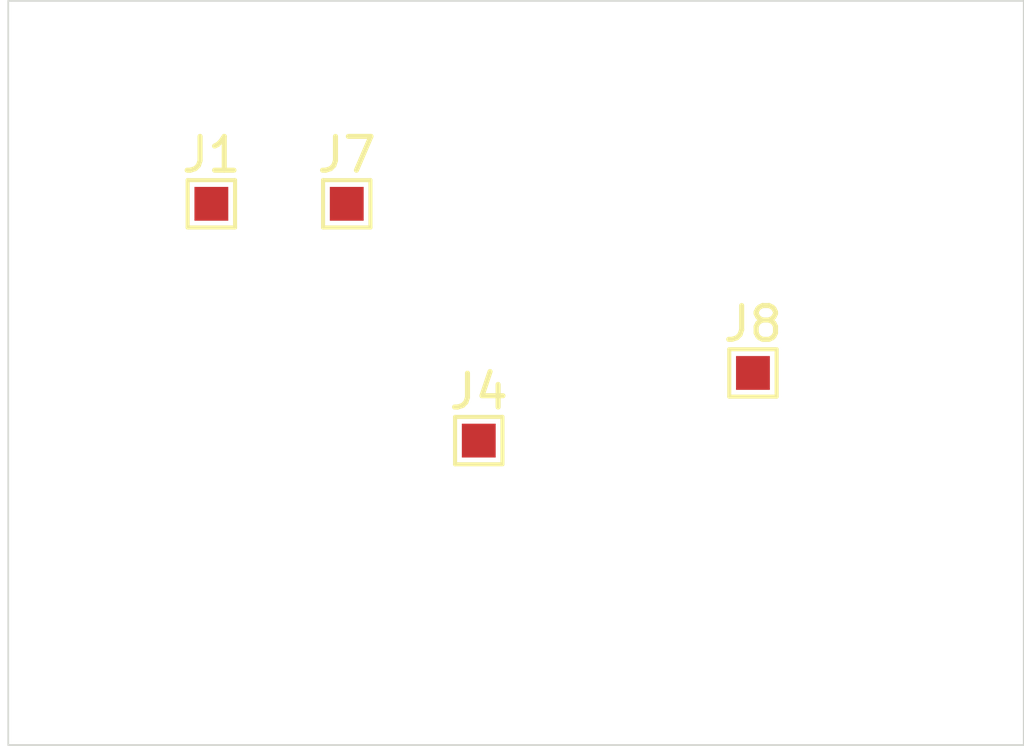
<source format=kicad_pcb>
(kicad_pcb (version 20240108) (generator "pcbnew") (generator_version "8.0")
  (layers (0 "F.Cu" signal) (1 "In1.Cu" power) (2 "In2.Cu" power) (31 "B.Cu" signal) (34 "B.Paste" user) (35 "F.Paste" user) (36 "B.SilkS" user "B.Silkscreen") (37 "F.SilkS" user "F.Silkscreen") (38 "B.Mask" user) (39 "F.Mask" user) (44 "Edge.Cuts" user))
  (net 0 "")
  (net 1 "Net-(J1-Pin_1)")
  (net 2 "GND")
  (footprint "TestPoint:TestPoint_Pad_1.0x1.0mm" (layer "F.Cu") (at 162.9 92)
    (property "Reference" "J4" (at 0 -1.448 0) (layer "F.SilkS"))
    (property "Value" "Conn_01x01_Pin")
    (fp_line (start -0.7 -0.7) (end 0.7 -0.7) (stroke (width 0.12)) (layer "F.SilkS"))
    (fp_line (start -0.7 0.7) (end -0.7 -0.7) (stroke (width 0.12)) (layer "F.SilkS"))
    (fp_line (start 0.7 -0.7) (end 0.7 0.7) (stroke (width 0.12)) (layer "F.SilkS"))
    (fp_line (start 0.7 0.7) (end -0.7 0.7) (stroke (width 0.12)) (layer "F.SilkS"))
    (pad "1" smd rect (at 0 0) (size 1 1) (layers "F.Cu" "F.Mask") (net 2 "GND"))
  )
  (footprint "TestPoint:TestPoint_Pad_1.0x1.0mm" (layer "F.Cu") (at 171 90)
    (property "Reference" "J8" (at 0 -1.448 0) (layer "F.SilkS"))
    (property "Value" "Conn_01x01_Pin")
    (fp_line (start -0.7 -0.7) (end 0.7 -0.7) (stroke (width 0.12)) (layer "F.SilkS"))
    (fp_line (start -0.7 0.7) (end -0.7 -0.7) (stroke (width 0.12)) (layer "F.SilkS"))
    (fp_line (start 0.7 -0.7) (end 0.7 0.7) (stroke (width 0.12)) (layer "F.SilkS"))
    (fp_line (start 0.7 0.7) (end -0.7 0.7) (stroke (width 0.12)) (layer "F.SilkS"))
    (pad "1" smd rect (at 0 0) (size 1 1) (layers "F.Cu" "F.Mask") (net 1 "Net-(J1-Pin_1)"))
  )
  (footprint "TestPoint:TestPoint_Pad_1.0x1.0mm" (layer "F.Cu") (at 159 85)
    (property "Reference" "J7" (at 0 -1.448 0) (layer "F.SilkS"))
    (property "Value" "Conn_01x01_Pin")
    (fp_line (start -0.7 -0.7) (end 0.7 -0.7) (stroke (width 0.12)) (layer "F.SilkS"))
    (fp_line (start -0.7 0.7) (end -0.7 -0.7) (stroke (width 0.12)) (layer "F.SilkS"))
    (fp_line (start 0.7 -0.7) (end 0.7 0.7) (stroke (width 0.12)) (layer "F.SilkS"))
    (fp_line (start 0.7 0.7) (end -0.7 0.7) (stroke (width 0.12)) (layer "F.SilkS"))
    (pad "1" smd rect (at 0 0) (size 1 1) (layers "F.Cu" "F.Mask") (net 2 "GND"))
  )
  (footprint "TestPoint:TestPoint_Pad_1.0x1.0mm" (layer "F.Cu") (at 155 85)
    (property "Reference" "J1" (at 0 -1.448 0) (layer "F.SilkS"))
    (property "Value" "Conn_01x01_Pin")
    (fp_line (start -0.7 -0.7) (end 0.7 -0.7) (stroke (width 0.12)) (layer "F.SilkS"))
    (fp_line (start -0.7 0.7) (end -0.7 -0.7) (stroke (width 0.12)) (layer "F.SilkS"))
    (fp_line (start 0.7 -0.7) (end 0.7 0.7) (stroke (width 0.12)) (layer "F.SilkS"))
    (fp_line (start 0.7 0.7) (end -0.7 0.7) (stroke (width 0.12)) (layer "F.SilkS"))
    (pad "1" smd rect (at 0 0) (size 1 1) (layers "F.Cu" "F.Mask") (net 1 "Net-(J1-Pin_1)"))
  )
  (gr_line (start 179 79) (end 179 101) (stroke (width 0.05)) (layer "Edge.Cuts"))
  (gr_line (start 149 101) (end 149 79) (stroke (width 0.05)) (layer "Edge.Cuts"))
  (gr_line (start 179 101) (end 149 101) (stroke (width 0.05)) (layer "Edge.Cuts"))
  (gr_line (start 149 79) (end 179 79) (stroke (width 0.05)) (layer "Edge.Cuts"))
)
</source>
